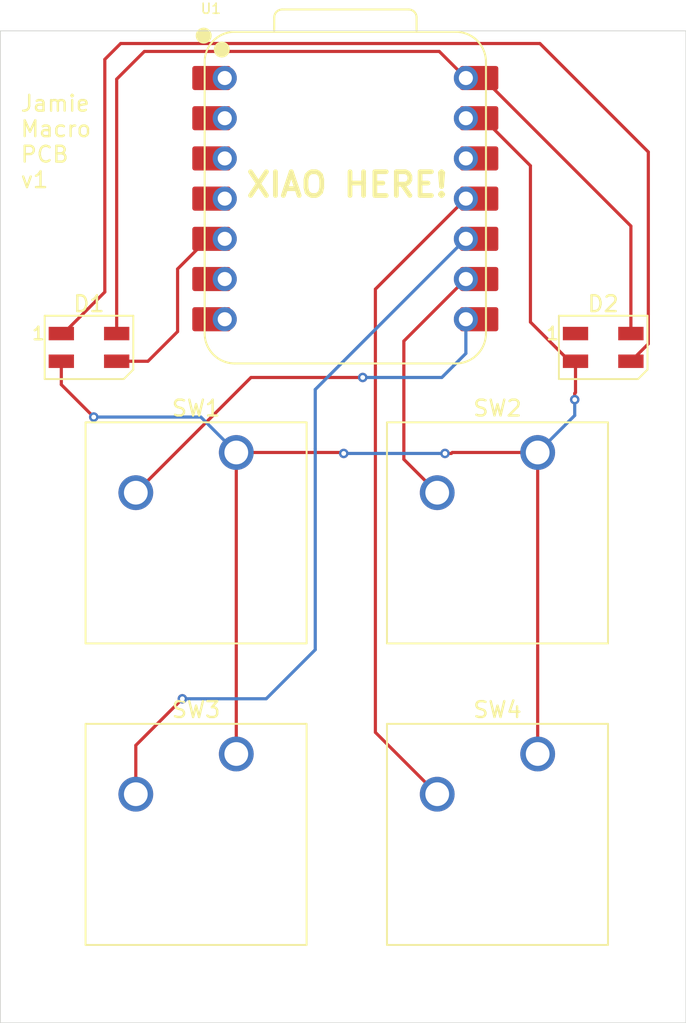
<source format=kicad_pcb>
(kicad_pcb (version 20241229) (generator "pcbnew") (generator_version "9.0")
  (layers (0 "F.Cu" signal) (2 "B.Cu" signal) (13 "F.Paste" user) (15 "B.Paste" user) (5 "F.SilkS" user "F.Silkscreen") (7 "B.SilkS" user "B.Silkscreen") (1 "F.Mask" user) (3 "B.Mask" user) (25 "Edge.Cuts" user))
  (net 0 "")
  (net 1 "+5V")
  (net 2 "Net-(D1-DIN)")
  (net 3 "GND")
  (net 4 "Net-(D1-DOUT)")
  (net 6 "Net-(U1-GPIO1{slash}RX)")
  (net 7 "Net-(U1-GPIO2{slash}SCK)")
  (net 8 "Net-(U1-GPIO4{slash}MISO)")
  (net 9 "Net-(U1-GPIO3{slash}MOSI)")
  (footprint "Button_Switch_Keyboard:SW_Cherry_MX_1.00u_PCB" (layer "F.Cu") (at 57.30875 87.78875)
    (property "Reference" "SW3" (at -2.54 -2.794 0) (layer "F.SilkS"))
    (property "Value" "SW_Push")
    (fp_line (start -9.525 -1.905) (end 4.445 -1.905) (stroke (width 0.12)) (layer "F.SilkS"))
    (fp_line (start -9.525 12.065) (end -9.525 -1.905) (stroke (width 0.12)) (layer "F.SilkS"))
    (fp_line (start 4.445 -1.905) (end 4.445 12.065) (stroke (width 0.12)) (layer "F.SilkS"))
    (fp_line (start 4.445 12.065) (end -9.525 12.065) (stroke (width 0.12)) (layer "F.SilkS"))
    (pad "" np_thru_hole circle (at -7.62 5.08) (size 1.7 1.7) (drill 1.7) (layers "*.Cu" "*.Mask"))
    (pad "" np_thru_hole circle (at -2.54 5.08) (size 4 4) (drill 4) (layers "*.Cu" "*.Mask"))
    (pad "" np_thru_hole circle (at 2.54 5.08) (size 1.7 1.7) (drill 1.7) (layers "*.Cu" "*.Mask"))
    (pad "1" thru_hole circle (at 0 0) (size 2.2 2.2) (drill 1.5) (layers "*.Cu" "*.Mask") (net 3 "GND"))
    (pad "2" thru_hole circle (at -6.35 2.54) (size 2.2 2.2) (drill 1.5) (layers "*.Cu" "*.Mask") (net 8 "Net-(U1-GPIO4{slash}MISO)"))
  )
  (footprint "LED_SMD:LED_SK6812MINI_PLCC4_3.5x3.5mm_P1.75mm" (layer "F.Cu") (at 48 62.1)
    (property "Reference" "D1" (at 0 -2.75 0) (layer "F.SilkS"))
    (property "Value" "SK6812MINI")
    (fp_line (start -2.8 -2) (end -2.8 2) (stroke (width 0.12)) (layer "F.SilkS"))
    (fp_line (start -2.8 -2) (end 2.8 -2) (stroke (width 0.12)) (layer "F.SilkS"))
    (fp_line (start -2.8 2) (end 2.2 2) (stroke (width 0.12)) (layer "F.SilkS"))
    (fp_line (start 2.8 1.4) (end 2.2 2) (stroke (width 0.12)) (layer "F.SilkS"))
    (fp_line (start 2.8 1.4) (end 2.8 -2) (stroke (width 0.12)) (layer "F.SilkS"))
    (fp_text user "1" (at -3.2 -0.875 0) (layer "F.SilkS") (effects (font (size 0.8 0.8))))
    (pad "1" smd rect (at -1.75 -0.875) (size 1.6 0.85) (layers "F.Cu" "F.Mask" "F.Paste") (net 4 "Net-(D1-DOUT)"))
    (pad "2" smd rect (at -1.75 0.875) (size 1.6 0.85) (layers "F.Cu" "F.Mask" "F.Paste") (net 3 "GND"))
    (pad "3" smd rect (at 1.75 0.875) (size 1.6 0.85) (layers "F.Cu" "F.Mask" "F.Paste") (net 2 "Net-(D1-DIN)"))
    (pad "4" smd rect (at 1.75 -0.875) (size 1.6 0.85) (layers "F.Cu" "F.Mask" "F.Paste") (net 1 "+5V"))
  )
  (footprint "Button_Switch_Keyboard:SW_Cherry_MX_1.00u_PCB" (layer "F.Cu") (at 76.35875 87.78875)
    (property "Reference" "SW4" (at -2.54 -2.794 0) (layer "F.SilkS"))
    (property "Value" "SW_Push")
    (fp_line (start -9.525 -1.905) (end 4.445 -1.905) (stroke (width 0.12)) (layer "F.SilkS"))
    (fp_line (start -9.525 12.065) (end -9.525 -1.905) (stroke (width 0.12)) (layer "F.SilkS"))
    (fp_line (start 4.445 -1.905) (end 4.445 12.065) (stroke (width 0.12)) (layer "F.SilkS"))
    (fp_line (start 4.445 12.065) (end -9.525 12.065) (stroke (width 0.12)) (layer "F.SilkS"))
    (pad "" np_thru_hole circle (at -7.62 5.08) (size 1.7 1.7) (drill 1.7) (layers "*.Cu" "*.Mask"))
    (pad "" np_thru_hole circle (at -2.54 5.08) (size 4 4) (drill 4) (layers "*.Cu" "*.Mask"))
    (pad "" np_thru_hole circle (at 2.54 5.08) (size 1.7 1.7) (drill 1.7) (layers "*.Cu" "*.Mask"))
    (pad "1" thru_hole circle (at 0 0) (size 2.2 2.2) (drill 1.5) (layers "*.Cu" "*.Mask") (net 3 "GND"))
    (pad "2" thru_hole circle (at -6.35 2.54) (size 2.2 2.2) (drill 1.5) (layers "*.Cu" "*.Mask") (net 9 "Net-(U1-GPIO3{slash}MOSI)"))
  )
  (footprint "Button_Switch_Keyboard:SW_Cherry_MX_1.00u_PCB" (layer "F.Cu") (at 57.30875 68.73875)
    (property "Reference" "SW1" (at -2.54 -2.794 0) (layer "F.SilkS"))
    (property "Value" "SW_Push")
    (fp_line (start -9.525 -1.905) (end 4.445 -1.905) (stroke (width 0.12)) (layer "F.SilkS"))
    (fp_line (start -9.525 12.065) (end -9.525 -1.905) (stroke (width 0.12)) (layer "F.SilkS"))
    (fp_line (start 4.445 -1.905) (end 4.445 12.065) (stroke (width 0.12)) (layer "F.SilkS"))
    (fp_line (start 4.445 12.065) (end -9.525 12.065) (stroke (width 0.12)) (layer "F.SilkS"))
    (pad "" np_thru_hole circle (at -7.62 5.08) (size 1.7 1.7) (drill 1.7) (layers "*.Cu" "*.Mask"))
    (pad "" np_thru_hole circle (at -2.54 5.08) (size 4 4) (drill 4) (layers "*.Cu" "*.Mask"))
    (pad "" np_thru_hole circle (at 2.54 5.08) (size 1.7 1.7) (drill 1.7) (layers "*.Cu" "*.Mask"))
    (pad "1" thru_hole circle (at 0 0) (size 2.2 2.2) (drill 1.5) (layers "*.Cu" "*.Mask") (net 3 "GND"))
    (pad "2" thru_hole circle (at -6.35 2.54) (size 2.2 2.2) (drill 1.5) (layers "*.Cu" "*.Mask") (net 6 "Net-(U1-GPIO1{slash}RX)"))
  )
  (footprint "OPL Lib:XIAO-RP2040-DIP" (layer "F.Cu") (at 64.2 52.7)
    (property "Reference" "U1" (at -8.5 -12 0) (layer "F.SilkS") (effects (font (size 0.635 0.635) (thickness 0.1016))))
    (property "Value" "XIAO-RP2040-DIP" (hide yes))
    (fp_line (start -8.89 8.509) (end -8.89 -8.636) (stroke (width 0.127)) (layer "F.SilkS"))
    (fp_line (start -6.985 10.414) (end 6.985 10.414) (stroke (width 0.127)) (layer "F.SilkS"))
    (fp_line (start -4.495 -10.541) (end -4.491272 -11.451272) (stroke (width 0.127)) (layer "F.SilkS"))
    (fp_line (start -3.991272 -11.951) (end 4.004 -11.951) (stroke (width 0.127)) (layer "F.SilkS"))
    (fp_line (start 4.504 -11.451) (end 4.504 -10.541) (stroke (width 0.127)) (layer "F.SilkS"))
    (fp_line (start 6.985 -10.541) (end -6.985 -10.541) (stroke (width 0.1)) (layer "F.SilkS"))
    (fp_line (start 6.985 -10.541) (end -6.985 -10.541) (stroke (width 0.127)) (layer "F.SilkS"))
    (fp_line (start 8.89 8.509) (end 8.89 -8.636) (stroke (width 0.127)) (layer "F.SilkS"))
    (fp_arc (start -8.89 -8.636) (mid -8.332038 -9.983038) (end -6.985 -10.541) (stroke (width 0.127)) (layer "F.SilkS"))
    (fp_arc (start -6.985 10.414) (mid -8.332038 9.856038) (end -8.89 8.509) (stroke (width 0.127)) (layer "F.SilkS"))
    (fp_arc (start -4.491272 -11.451272) (mid -4.344728 -11.80464) (end -3.991272 -11.951) (stroke (width 0.127)) (layer "F.SilkS"))
    (fp_arc (start 4.004 -11.951) (mid 4.357553 -11.804553) (end 4.504 -11.451) (stroke (width 0.127)) (layer "F.SilkS"))
    (fp_arc (start 6.985 -10.541) (mid 8.332038 -9.983038) (end 8.89 -8.636) (stroke (width 0.127)) (layer "F.SilkS"))
    (fp_arc (start 8.89 8.509) (mid 8.332038 9.856038) (end 6.985 10.414) (stroke (width 0.127)) (layer "F.SilkS"))
    (fp_circle (center -8.95 -10.3) (end -8.95 -10.554) (stroke (width 0.5)) (fill yes) (layer "F.SilkS"))
    (fp_circle (center -7.807 -9.42) (end -7.807 -9.674) (stroke (width 0.5)) (fill yes) (layer "F.SilkS"))
    (pad "1" smd roundrect (at -8.455 -7.62 180) (size 2.432 1.524) (layers "F.Cu" "F.Mask") (roundrect_rratio 0.1))
    (pad "1" thru_hole circle (at -7.62 -7.62 180) (size 1.524 1.524) (drill 0.889) (layers "*.Cu" "*.Mask"))
    (pad "2" smd roundrect (at -8.455 -5.08 180) (size 2.432 1.524) (layers "F.Cu" "F.Mask") (roundrect_rratio 0.1))
    (pad "2" thru_hole circle (at -7.62 -5.08 180) (size 1.524 1.524) (drill 0.889) (layers "*.Cu" "*.Mask"))
    (pad "3" smd roundrect (at -8.455 -2.54 180) (size 2.432 1.524) (layers "F.Cu" "F.Mask") (roundrect_rratio 0.1))
    (pad "3" thru_hole circle (at -7.62 -2.54 180) (size 1.524 1.524) (drill 0.889) (layers "*.Cu" "*.Mask"))
    (pad "4" smd roundrect (at -8.455 0 180) (size 2.432 1.524) (layers "F.Cu" "F.Mask") (roundrect_rratio 0.1))
    (pad "4" thru_hole circle (at -7.62 0 180) (size 1.524 1.524) (drill 0.889) (layers "*.Cu" "*.Mask"))
    (pad "5" smd roundrect (at -8.455 2.54 180) (size 2.432 1.524) (layers "F.Cu" "F.Mask") (roundrect_rratio 0.1) (net 2 "Net-(D1-DIN)"))
    (pad "5" thru_hole circle (at -7.62 2.54 180) (size 1.524 1.524) (drill 0.889) (layers "*.Cu" "*.Mask") (net 2 "Net-(D1-DIN)"))
    (pad "6" smd roundrect (at -8.455 5.08 180) (size 2.432 1.524) (layers "F.Cu" "F.Mask") (roundrect_rratio 0.1))
    (pad "6" thru_hole circle (at -7.62 5.08 180) (size 1.524 1.524) (drill 0.889) (layers "*.Cu" "*.Mask"))
    (pad "7" smd roundrect (at -8.455 7.62 180) (size 2.432 1.524) (layers "F.Cu" "F.Mask") (roundrect_rratio 0.1))
    (pad "7" thru_hole circle (at -7.62 7.62 180) (size 1.524 1.524) (drill 0.889) (layers "*.Cu" "*.Mask"))
    (pad "8" thru_hole circle (at 7.62 7.62) (size 1.524 1.524) (drill 0.889) (layers "*.Cu" "*.Mask") (net 6 "Net-(U1-GPIO1{slash}RX)"))
    (pad "8" smd roundrect (at 8.455 7.62) (size 2.432 1.524) (layers "F.Cu" "F.Mask") (roundrect_rratio 0.1) (net 6 "Net-(U1-GPIO1{slash}RX)"))
    (pad "9" thru_hole circle (at 7.62 5.08) (size 1.524 1.524) (drill 0.889) (layers "*.Cu" "*.Mask") (net 7 "Net-(U1-GPIO2{slash}SCK)"))
    (pad "9" smd roundrect (at 8.455 5.08) (size 2.432 1.524) (layers "F.Cu" "F.Mask") (roundrect_rratio 0.1) (net 7 "Net-(U1-GPIO2{slash}SCK)"))
    (pad "10" thru_hole circle (at 7.62 2.54) (size 1.524 1.524) (drill 0.889) (layers "*.Cu" "*.Mask") (net 8 "Net-(U1-GPIO4{slash}MISO)"))
    (pad "10" smd roundrect (at 8.455 2.54) (size 2.432 1.524) (layers "F.Cu" "F.Mask") (roundrect_rratio 0.1) (net 8 "Net-(U1-GPIO4{slash}MISO)"))
    (pad "11" thru_hole circle (at 7.62 0) (size 1.524 1.524) (drill 0.889) (layers "*.Cu" "*.Mask") (net 9 "Net-(U1-GPIO3{slash}MOSI)"))
    (pad "11" smd roundrect (at 8.455 0) (size 2.432 1.524) (layers "F.Cu" "F.Mask") (roundrect_rratio 0.1) (net 9 "Net-(U1-GPIO3{slash}MOSI)"))
    (pad "12" thru_hole circle (at 7.62 -2.54) (size 1.524 1.524) (drill 0.889) (layers "*.Cu" "*.Mask"))
    (pad "12" smd roundrect (at 8.455 -2.54) (size 2.432 1.524) (layers "F.Cu" "F.Mask") (roundrect_rratio 0.1))
    (pad "13" thru_hole circle (at 7.62 -5.08) (size 1.524 1.524) (drill 0.889) (layers "*.Cu" "*.Mask") (net 3 "GND"))
    (pad "13" smd roundrect (at 8.455 -5.08) (size 2.432 1.524) (layers "F.Cu" "F.Mask") (roundrect_rratio 0.1) (net 3 "GND"))
    (pad "14" thru_hole circle (at 7.62 -7.62) (size 1.524 1.524) (drill 0.889) (layers "*.Cu" "*.Mask") (net 1 "+5V"))
    (pad "14" smd roundrect (at 8.455 -7.62) (size 2.432 1.524) (layers "F.Cu" "F.Mask") (roundrect_rratio 0.1) (net 1 "+5V"))
  )
  (footprint "Button_Switch_Keyboard:SW_Cherry_MX_1.00u_PCB" (layer "F.Cu") (at 76.35875 68.73875)
    (property "Reference" "SW2" (at -2.54 -2.794 0) (layer "F.SilkS"))
    (property "Value" "SW_Push")
    (fp_line (start -9.525 -1.905) (end 4.445 -1.905) (stroke (width 0.12)) (layer "F.SilkS"))
    (fp_line (start -9.525 12.065) (end -9.525 -1.905) (stroke (width 0.12)) (layer "F.SilkS"))
    (fp_line (start 4.445 -1.905) (end 4.445 12.065) (stroke (width 0.12)) (layer "F.SilkS"))
    (fp_line (start 4.445 12.065) (end -9.525 12.065) (stroke (width 0.12)) (layer "F.SilkS"))
    (pad "" np_thru_hole circle (at -7.62 5.08) (size 1.7 1.7) (drill 1.7) (layers "*.Cu" "*.Mask"))
    (pad "" np_thru_hole circle (at -2.54 5.08) (size 4 4) (drill 4) (layers "*.Cu" "*.Mask"))
    (pad "" np_thru_hole circle (at 2.54 5.08) (size 1.7 1.7) (drill 1.7) (layers "*.Cu" "*.Mask"))
    (pad "1" thru_hole circle (at 0 0) (size 2.2 2.2) (drill 1.5) (layers "*.Cu" "*.Mask") (net 3 "GND"))
    (pad "2" thru_hole circle (at -6.35 2.54) (size 2.2 2.2) (drill 1.5) (layers "*.Cu" "*.Mask") (net 7 "Net-(U1-GPIO2{slash}SCK)"))
  )
  (footprint "LED_SMD:LED_SK6812MINI_PLCC4_3.5x3.5mm_P1.75mm" (layer "F.Cu") (at 80.5 62.1)
    (property "Reference" "D2" (at 0 -2.75 0) (layer "F.SilkS"))
    (property "Value" "SK6812MINI")
    (fp_line (start -2.8 -2) (end -2.8 2) (stroke (width 0.12)) (layer "F.SilkS"))
    (fp_line (start -2.8 -2) (end 2.8 -2) (stroke (width 0.12)) (layer "F.SilkS"))
    (fp_line (start -2.8 2) (end 2.2 2) (stroke (width 0.12)) (layer "F.SilkS"))
    (fp_line (start 2.8 1.4) (end 2.2 2) (stroke (width 0.12)) (layer "F.SilkS"))
    (fp_line (start 2.8 1.4) (end 2.8 -2) (stroke (width 0.12)) (layer "F.SilkS"))
    (fp_text user "1" (at -3.2 -0.875 0) (layer "F.SilkS") (effects (font (size 0.8 0.8))))
    (pad "1" smd rect (at -1.75 -0.875) (size 1.6 0.85) (layers "F.Cu" "F.Mask" "F.Paste"))
    (pad "2" smd rect (at -1.75 0.875) (size 1.6 0.85) (layers "F.Cu" "F.Mask" "F.Paste") (net 3 "GND"))
    (pad "3" smd rect (at 1.75 0.875) (size 1.6 0.85) (layers "F.Cu" "F.Mask" "F.Paste") (net 4 "Net-(D1-DOUT)"))
    (pad "4" smd rect (at 1.75 -0.875) (size 1.6 0.85) (layers "F.Cu" "F.Mask" "F.Paste") (net 1 "+5V"))
  )
  (gr_rect (start 42.4 42.1) (end 85.725 104.775) (stroke (width 0.05)) (fill no) (layer "Edge.Cuts"))
  (gr_text "Jamie \nMacro\nPCB\nv1" (at 43.6 52.1 0) (layer "F.SilkS") (effects (font (size 1 1)) (justify left bottom)))
  (gr_text "XIAO HERE!" (at 57.8 52.7 0) (layer "F.SilkS") (effects (font (size 1.5 1.5) (thickness 0.3) (bold yes)) (justify left bottom)))
  (segment (start 51.5 43.4) (end 49.75 45.15) (width 0.2) (layer "F.Cu") (net 1))
  (segment (start 71.82 45.08) (end 72.89763 45.08) (width 0.2) (layer "F.Cu") (net 1))
  (segment (start 49.75 45.15) (end 49.75 61.225) (width 0.2) (layer "F.Cu") (net 1))
  (segment (start 71.82 45.08) (end 70.14 43.4) (width 0.2) (layer "F.Cu") (net 1))
  (segment (start 70.14 43.4) (end 51.5 43.4) (width 0.2) (layer "F.Cu") (net 1))
  (segment (start 72.89763 45.08) (end 82.25 54.43237) (width 0.2) (layer "F.Cu") (net 1))
  (segment (start 82.25 54.43237) (end 82.25 61.225) (width 0.2) (layer "F.Cu") (net 1))
  (segment (start 53.6 57.14237) (end 53.6 61.1) (width 0.2) (layer "F.Cu") (net 2))
  (segment (start 56.58 55.24) (end 55.50237 55.24) (width 0.2) (layer "F.Cu") (net 2))
  (segment (start 55.50237 55.24) (end 53.6 57.14237) (width 0.2) (layer "F.Cu") (net 2))
  (segment (start 51.725 62.975) (end 49.75 62.975) (width 0.2) (layer "F.Cu") (net 2))
  (segment (start 53.6 61.1) (end 51.725 62.975) (width 0.2) (layer "F.Cu") (net 2))
  (segment (start 78.7 65) (end 78.75 64.95) (width 0.2) (layer "F.Cu") (net 3))
  (segment (start 71.82 47.62) (end 72.655 47.62) (width 0.2) (layer "F.Cu") (net 3))
  (segment (start 75.9 60.5) (end 78.375 62.975) (width 0.2) (layer "F.Cu") (net 3))
  (segment (start 78.375 62.975) (end 78.75 62.975) (width 0.2) (layer "F.Cu") (net 3))
  (segment (start 78.75 64.95) (end 78.75 62.975) (width 0.2) (layer "F.Cu") (net 3))
  (segment (start 64.03875 68.73875) (end 64.1 68.8) (width 0.2) (layer "F.Cu") (net 3))
  (segment (start 70.9 68.8) (end 70.96125 68.73875) (width 0.2) (layer "F.Cu") (net 3))
  (segment (start 70.5 68.8) (end 70.9 68.8) (width 0.2) (layer "F.Cu") (net 3))
  (segment (start 70.96125 68.73875) (end 76.35875 68.73875) (width 0.2) (layer "F.Cu") (net 3))
  (segment (start 57.30875 68.73875) (end 64.03875 68.73875) (width 0.2) (layer "F.Cu") (net 3))
  (segment (start 78.7 65.4) (end 78.7 65) (width 0.2) (layer "F.Cu") (net 3))
  (segment (start 71.82 47.62) (end 72.89763 47.62) (width 0.2) (layer "F.Cu") (net 3))
  (segment (start 46.25 64.45) (end 46.25 62.975) (width 0.2) (layer "F.Cu") (net 3))
  (segment (start 72.89763 47.62) (end 75.9 50.62237) (width 0.2) (layer "F.Cu") (net 3))
  (segment (start 57.30875 68.73875) (end 57.30875 87.78875) (width 0.2) (layer "F.Cu") (net 3))
  (segment (start 75.9 50.62237) (end 75.9 60.5) (width 0.2) (layer "F.Cu") (net 3))
  (segment (start 76.35875 68.73875) (end 76.35875 87.78875) (width 0.2) (layer "F.Cu") (net 3))
  (segment (start 48.3 66.5) (end 46.25 64.45) (width 0.2) (layer "F.Cu") (net 3))
  (via (at 64.1 68.8) (size 0.6) (drill 0.3) (layers "F.Cu" "B.Cu") (net 3))
  (via (at 48.3 66.5) (size 0.6) (drill 0.3) (layers "F.Cu" "B.Cu") (net 3))
  (via (at 78.7 65.4) (size 0.6) (drill 0.3) (layers "F.Cu" "B.Cu") (net 3))
  (via (at 70.5 68.8) (size 0.6) (drill 0.3) (layers "F.Cu" "B.Cu") (net 3))
  (segment (start 78.7 66.3975) (end 78.7 65.4) (width 0.2) (layer "B.Cu") (net 3))
  (segment (start 76.35875 68.73875) (end 78.7 66.3975) (width 0.2) (layer "B.Cu") (net 3))
  (segment (start 55.07 66.5) (end 48.3 66.5) (width 0.2) (layer "B.Cu") (net 3))
  (segment (start 64.1 68.8) (end 70.5 68.8) (width 0.2) (layer "B.Cu") (net 3))
  (segment (start 57.30875 68.73875) (end 55.07 66.5) (width 0.2) (layer "B.Cu") (net 3))
  (segment (start 50 42.9) (end 76.5 42.9) (width 0.2) (layer "F.Cu") (net 4))
  (segment (start 46.25 61.225) (end 46.25 61.35) (width 0.2) (layer "F.Cu") (net 4))
  (segment (start 83.351 61.874) (end 82.25 62.975) (width 0.2) (layer "F.Cu") (net 4))
  (segment (start 76.5 42.9) (end 83.351 49.751) (width 0.2) (layer "F.Cu") (net 4))
  (segment (start 49 58.6) (end 49 43.9) (width 0.2) (layer "F.Cu") (net 4))
  (segment (start 46.25 61.35) (end 49 58.6) (width 0.2) (layer "F.Cu") (net 4))
  (segment (start 49 43.9) (end 50 42.9) (width 0.2) (layer "F.Cu") (net 4))
  (segment (start 83.351 49.751) (end 83.351 61.874) (width 0.2) (layer "F.Cu") (net 4))
  (segment (start 58.2375 64) (end 50.95875 71.27875) (width 0.2) (layer "F.Cu") (net 6))
  (segment (start 65.3 64) (end 58.2375 64) (width 0.2) (layer "F.Cu") (net 6))
  (via (at 65.3 64) (size 0.6) (drill 0.3) (layers "F.Cu" "B.Cu") (net 6))
  (segment (start 71.82 62.48) (end 70.4 63.9) (width 0.2) (layer "B.Cu") (net 6))
  (segment (start 70.4 63.9) (end 70.3 64) (width 0.2) (layer "B.Cu") (net 6))
  (segment (start 70.3 64) (end 65.3 64) (width 0.2) (layer "B.Cu") (net 6))
  (segment (start 71.82 60.32) (end 71.82 62.48) (width 0.2) (layer "B.Cu") (net 6))
  (segment (start 71.82 57.78) (end 67.9 61.7) (width 0.2) (layer "F.Cu") (net 7))
  (segment (start 67.9 69.17) (end 70.00875 71.27875) (width 0.2) (layer "F.Cu") (net 7))
  (segment (start 67.9 61.7) (end 67.9 69.17) (width 0.2) (layer "F.Cu") (net 7))
  (segment (start 50.95875 87.24125) (end 50.95875 90.32875) (width 0.2) (layer "F.Cu") (net 8))
  (segment (start 53.9 84.3) (end 50.95875 87.24125) (width 0.2) (layer "F.Cu") (net 8))
  (via (at 53.9 84.3) (size 0.6) (drill 0.3) (layers "F.Cu" "B.Cu") (net 8))
  (segment (start 59.7 83.8) (end 59.2 84.3) (width 0.2) (layer "B.Cu") (net 8))
  (segment (start 71.82 55.24) (end 62.3 64.76) (width 0.2) (layer "B.Cu") (net 8))
  (segment (start 62.3 68.5) (end 62.3 81.2) (width 0.2) (layer "B.Cu") (net 8))
  (segment (start 62.3 81.2) (end 59.7 83.8) (width 0.2) (layer "B.Cu") (net 8))
  (segment (start 59.2 84.3) (end 53.9 84.3) (width 0.2) (layer "B.Cu") (net 8))
  (segment (start 62.3 64.76) (end 62.3 68.5) (width 0.2) (layer "B.Cu") (net 8))
  (segment (start 66.1 58.42) (end 66.1 86.42) (width 0.2) (layer "F.Cu") (net 9))
  (segment (start 71.82 52.7) (end 66.1 58.42) (width 0.2) (layer "F.Cu") (net 9))
  (segment (start 66.1 86.42) (end 70.00875 90.32875) (width 0.2) (layer "F.Cu") (net 9))
)
</source>
